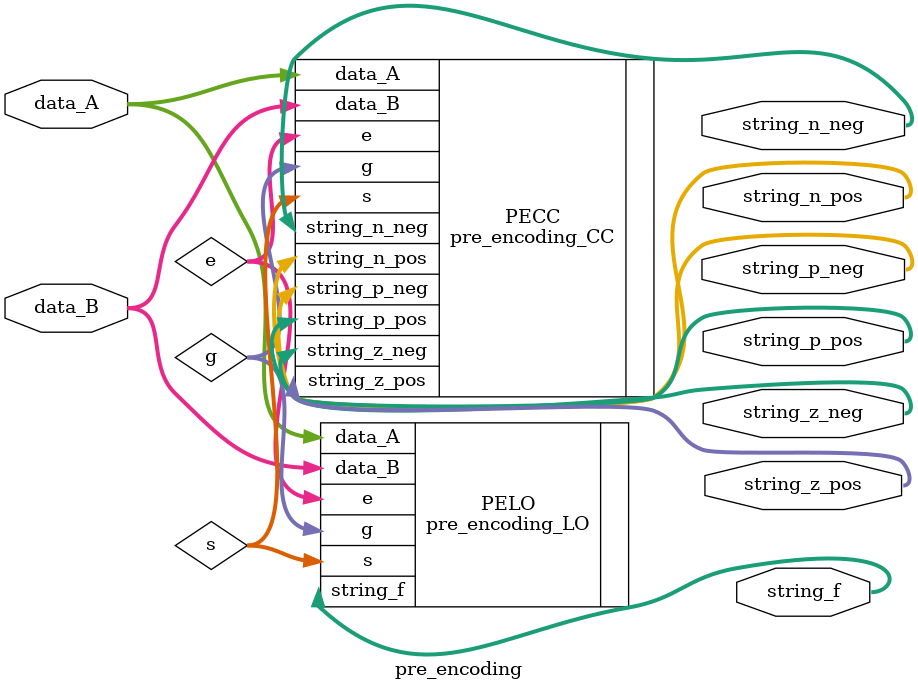
<source format=v>
`include "pre_encoding_CC.v"
`include "pre_encoding_LO.v"

module pre_encoding #(
    parameter DATA_WIDTH    = 8
)(
    input   [DATA_WIDTH - 1 : 0]    data_A,
    input   [DATA_WIDTH - 1 : 0]    data_B,

    output  [DATA_WIDTH - 1 : 0]    string_n_pos, //CC
    output  [DATA_WIDTH - 1 : 0]    string_z_pos, //CC
    output  [DATA_WIDTH - 1 : 0]    string_p_pos, //CC

    output  [DATA_WIDTH - 1 : 0]    string_n_neg, //CC
    output  [DATA_WIDTH - 1 : 0]    string_z_neg, //CC
    output  [DATA_WIDTH - 1 : 0]    string_p_neg, //CC

    output  [DATA_WIDTH - 1 : 0]    string_f  //LO
);
    wire    [DATA_WIDTH - 1 : 0]    e;
    wire    [DATA_WIDTH - 1 : 0]    g;
    wire    [DATA_WIDTH - 1 : 0]    s;

    pre_encoding_LO #(
        .DATA_WIDTH (DATA_WIDTH)
    ) PELO (.data_A    (data_A),
         .data_B    (data_B),
         .e         (e),
         .g         (g),
         .s         (s),
         .string_f  (string_f)
    );

    pre_encoding_CC #(
        .DATA_WIDTH      (DATA_WIDTH)
    ) PECC (
        .data_A          (data_A),
        .data_B          (data_B),
        .e               (e),
        .g               (g),
        .s               (s),
        .string_n_pos    (string_n_pos),
        .string_z_pos    (string_z_pos),
        .string_p_pos    (string_p_pos),
        .string_n_neg    (string_n_neg),
        .string_z_neg    (string_z_neg),
        .string_p_neg    (string_p_neg)
    );

endmodule
</source>
